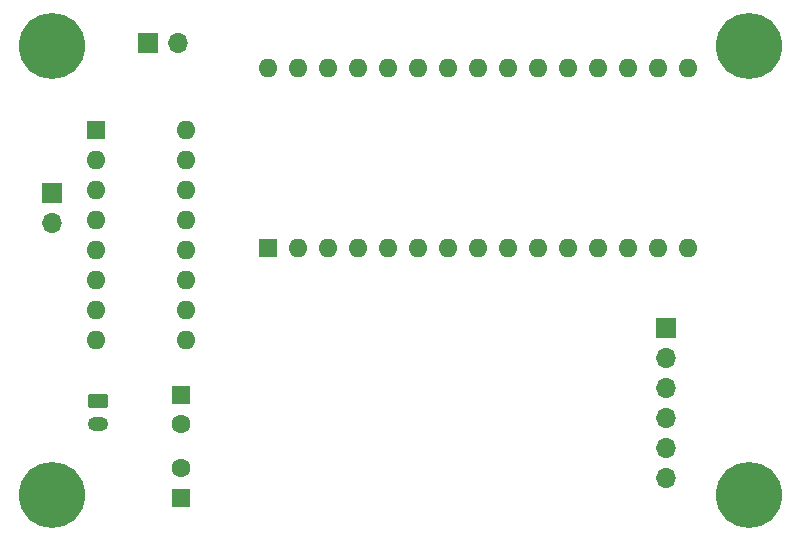
<source format=gbs>
G04 #@! TF.GenerationSoftware,KiCad,Pcbnew,(7.0.0)*
G04 #@! TF.CreationDate,2023-02-16T13:39:53+01:00*
G04 #@! TF.ProjectId,Sumo,53756d6f-2e6b-4696-9361-645f70636258,rev?*
G04 #@! TF.SameCoordinates,Original*
G04 #@! TF.FileFunction,Soldermask,Bot*
G04 #@! TF.FilePolarity,Negative*
%FSLAX46Y46*%
G04 Gerber Fmt 4.6, Leading zero omitted, Abs format (unit mm)*
G04 Created by KiCad (PCBNEW (7.0.0)) date 2023-02-16 13:39:53*
%MOMM*%
%LPD*%
G01*
G04 APERTURE LIST*
G04 Aperture macros list*
%AMRoundRect*
0 Rectangle with rounded corners*
0 $1 Rounding radius*
0 $2 $3 $4 $5 $6 $7 $8 $9 X,Y pos of 4 corners*
0 Add a 4 corners polygon primitive as box body*
4,1,4,$2,$3,$4,$5,$6,$7,$8,$9,$2,$3,0*
0 Add four circle primitives for the rounded corners*
1,1,$1+$1,$2,$3*
1,1,$1+$1,$4,$5*
1,1,$1+$1,$6,$7*
1,1,$1+$1,$8,$9*
0 Add four rect primitives between the rounded corners*
20,1,$1+$1,$2,$3,$4,$5,0*
20,1,$1+$1,$4,$5,$6,$7,0*
20,1,$1+$1,$6,$7,$8,$9,0*
20,1,$1+$1,$8,$9,$2,$3,0*%
G04 Aperture macros list end*
%ADD10R,1.600000X1.600000*%
%ADD11O,1.600000X1.600000*%
%ADD12R,1.700000X1.700000*%
%ADD13O,1.700000X1.700000*%
%ADD14C,1.600000*%
%ADD15C,5.600000*%
%ADD16RoundRect,0.250000X-0.625000X0.350000X-0.625000X-0.350000X0.625000X-0.350000X0.625000X0.350000X0*%
%ADD17O,1.750000X1.200000*%
G04 APERTURE END LIST*
D10*
X106679999Y-60070999D03*
D11*
X106679999Y-62610999D03*
X106679999Y-65150999D03*
X106679999Y-67690999D03*
X106679999Y-70230999D03*
X106679999Y-72770999D03*
X106679999Y-75310999D03*
X106679999Y-77850999D03*
X114299999Y-77850999D03*
X114299999Y-75310999D03*
X114299999Y-72770999D03*
X114299999Y-70230999D03*
X114299999Y-67690999D03*
X114299999Y-65150999D03*
X114299999Y-62610999D03*
X114299999Y-60070999D03*
D12*
X111119999Y-52704999D03*
D13*
X113659999Y-52704999D03*
D12*
X102999999Y-65459999D03*
D13*
X102999999Y-67999999D03*
D10*
X113899999Y-82494887D03*
D14*
X113900000Y-84994888D03*
D15*
X103000000Y-91000000D03*
X162000000Y-91000000D03*
D10*
X121284999Y-70093999D03*
D11*
X123824999Y-70093999D03*
X126364999Y-70093999D03*
X128904999Y-70093999D03*
X131444999Y-70093999D03*
X133984999Y-70093999D03*
X136524999Y-70093999D03*
X139064999Y-70093999D03*
X141604999Y-70093999D03*
X144144999Y-70093999D03*
X146684999Y-70093999D03*
X149224999Y-70093999D03*
X151764999Y-70093999D03*
X154304999Y-70093999D03*
X156844999Y-70093999D03*
X156844999Y-54853999D03*
X154304999Y-54853999D03*
X151764999Y-54853999D03*
X149224999Y-54853999D03*
X146684999Y-54853999D03*
X144144999Y-54853999D03*
X141604999Y-54853999D03*
X139064999Y-54853999D03*
X136524999Y-54853999D03*
X133984999Y-54853999D03*
X131444999Y-54853999D03*
X128904999Y-54853999D03*
X126364999Y-54853999D03*
X123824999Y-54853999D03*
X121284999Y-54853999D03*
D15*
X103000000Y-53000000D03*
X162000000Y-53000000D03*
D10*
X113873999Y-91245112D03*
D14*
X113874000Y-88745113D03*
D12*
X154999999Y-76879999D03*
D13*
X154999999Y-79419999D03*
X154999999Y-81959999D03*
X154999999Y-84499999D03*
X154999999Y-87039999D03*
X154999999Y-89579999D03*
D16*
X106844000Y-83000000D03*
D17*
X106843999Y-84999999D03*
M02*

</source>
